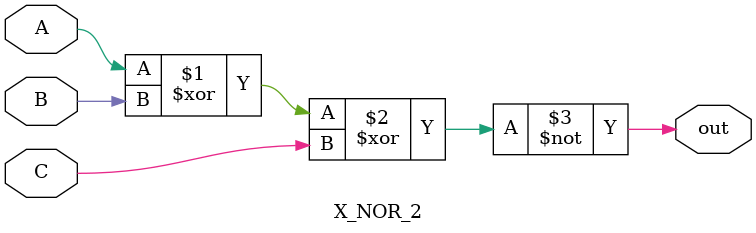
<source format=v>
`timescale 1ns / 1ps
module X_NOR_2(input A,B,C, output out
    );
	xnor(out,A,B,C);
endmodule

</source>
